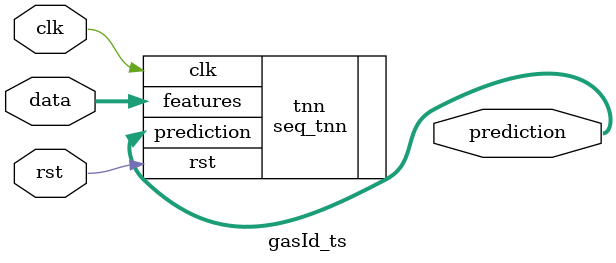
<source format=v>












module gasId_ts #(

parameter FEAT_CNT = 128,
parameter HIDDEN_CNT = 40,
parameter FEAT_BITS = 4,
parameter CLASS_CNT = 6,
parameter TEST_CNT = 1000




  ) (
  input clk,
  input rst,
  input [FEAT_CNT*FEAT_BITS-1:0] data,
  output [$clog2(CLASS_CNT)-1:0] prediction
  );

  seq_tnn #(
      .FEAT_CNT(FEAT_CNT),.FEAT_BITS(FEAT_BITS),.HIDDEN_CNT(HIDDEN_CNT),.CLASS_CNT(CLASS_CNT),
  .SPARSE_VALS(5120'b10000000010010000101001110000000001100011001000000101000010100111000000000010000100000110100100000010001000000000000000010000000011000000001100110100000011100001000000101001001011110011010000110100000000000000001000000000000000000000000000000000010000000000000000000000000000000000000000000100000001000000000000001000000100010011100111000101011100000011001001110100000010010100010000110000000000100001000000001001010001010111010000100010001100000010101101000101011101000010001001100111001100011100110001010000001110101110000000000000001000000010000000000000000001001000000000000000000000001000000000000000011000000000000000000000000001000000010100000000110001000000000010010000000001110001000010011100110010010000000010001110001100101001000000000000000000011000101100110001101111000100001100010100010100100000100000000010000000101000011000000100010000000000000000000000000000010001000000000000000001000000000000001000000000000100000000000100001000000000000000000100010000000000010001000000001010000000111100010000100111001010100100000001100001110001001010010000110001001011000110101000001100001001110000100011010101010000011000001100000010100010101000001110010101000100000000000000000000001000100000000100000000000000000000000000000000000000000001000000000000000000000010000000100001100000010000000000010000000001000000000000000001000010000000000000000100100001000011001110000000110000011110001001000111101000110000000010101010101000010000000100011001000000010000000000010010000000010001000000000000000000000000001000000000000000000000000000000000000000000000000000010000000000000000000000000000000000010000000100000001000000010000111001000000000100110000000000000000000000000000010000100001100001001100000110000000010000111010000100000100101000101100000101000000000100000010011100000100000001000110000000010100000010010000100000000010000000000001000000000000000000000000000000000000000000000000000000000000000000100000000000010000000110010000000000000000000010010000000100001010000000000001001010000001000000000000100000011010000000100010001010100001001001100010101010000001100000100000100100000000100000001101000100000000000010000000000000000000000000100001000000000000000000000100000000000010000000000000000000000000000000000000000000000001000000000000000000000000000010000001000000000011000000000000000000000000000000010001100000000000001000000000000000000010001000000000010010101010110000010100000000000000000001001100100010000001110000000000000000001000000000000100000110000000000010000000000000000000000000000000000110010000000000000000000000000000000001000000001101011000110011000000000110010100001000111000000001001101100010011100110000000011010000101000111000000011100001000000001101000000100011000000001110010100100000110101001010011100000000111001000000010000000000000100000000000000000000010000000010000100000000000000000000000000000100000000100000000000000000100000010110000011010000101001111000100001100001110011001100000000100010101010000110000111001000110000000010001010100000010000011100100011000000001010101010000001000001011001001101000010100011100000000110010001000000000000100000000000000000000000000000010000100000000000000100000000000000000000000000000000000000000000000001000001110001000111001000011000000000000000101111010100011001100001101000000011001010010100011010100010000110100000000000101011101101000010101000101010000000011000000010000100011100100001100000010000001000000001100000000000000000000100000000000000000000000000000100000000000000000000000000000000000010000000000000000000000000000000000000011010000000000000000000001000110001000010001000100010000000100010000100011000000010010100000000001010001010100000100000100010000010001100001100000000001100001000010001001001110000110100000000010000000000000000000000000000000000000000000000010000000000000011000000000100000000000000000000000000000000110000000100010000000100001000000100001110000000000010100000000100010000011000010001000100001000110000000110000001111001000100011000110011000000001000101010000001010001101000100101100110101010101100010100010000000010000111000000011000000000000000000000000000000000010000000000000000000000010001100000001000000000000000000000000101000110000001000100010001000001000000000000000000000001010000000101000100010001000000000100000000100000011010011001000100001000110000100010001010100000110100001010101001011001101010101011000101000100000000000000001000000100100000000000000001000001000000000000000000000000000000000100010000000000000010000000000000000000001101000001010000000111000010100010101010100001000110001000101010000000010000001001000010000000100000100000100000100000101000010001100010001010101000000110000110011101100010001011101010110000011000000000000000000000000000000000000000000000000001000000001000100000000000000000000000001100000000000100000000000000000000000000010000000100000001010000000000000000100000010000100010010010101100001100000000000000100000000000001010001000000000001010100101001001101010101011000001000001101010001100000010100010101000000110000000000110000000000000000000000000100000010000001000000010000000000000000000000000010000000000000000000000000000001000000),
  .MASK(5120'b10000100010110001101011110101010101111011001001010111001010100111010010000011001100000110101100100010011000011000100000010110000111000000101101110100000011101001111000111011001011111011110010110100100100000000001000000100000000000100100000000000010000000000000000100000000000000000000000000100000001000100000010001000000110011011111111010101111111111011011101111100101110110101010010111010100000101001111010011101110111011111111110100111001111101011111111011101111111111010101101101111101101111100111011111011101111111110000001000001001000000010000000000000000001001000000000000001000000001100000001000100011000000000000000000000010001000001010101001100111001110000011011010110000101110001110010111111111011010000011010011110001111111001001100100000010001111000111110111111101111010100011111110101011100100101101010000011110000101101111010100110010000000000000000000000010000010001000000000000000001000100000001001000000000000100000000001100001000001000000100010100010010000000011101000000001011100001111100111100110111111011110100100011110101110001111110010011111101101011011111111000001110001101110100100011111101010010011101011110111111110110111000111110111101000100000000000000000000001000100000000100010000000000010000000000000000000000000001000000000000000000000010000000100001100011010110110001011000001101010000000000010001100010000010000000000100101001011111111111111010110101011110011011011111111011111001000111111111101011010010100100011001000000010000001000110011100000010001000000000001000000000010001000000000000000000000000010000000000100000000000000010000000000000000000000100000000000110000010100100011000010010000111101000000000100110000000000000000000100100000010111101101111101101101111110010000111100111111111111010101111111111101110111011100010100100010011100000100001001001110001000010100000010010000100000010010000000000001000000001000000000000000000100000000000000000000000100000000000100100000000100110001000110010010000010010001000010010001000100101010010000000001001010000101000000000000100000011010000001100010011110101001001111110010111110011101100000100001100100010000100100001111010100001000000011000000101000000000000100100001000000010000000001000100000000110010000000000001000000000000000000000000000000000001001000000000000000101000000010000001000000000011000110010000000000100000000000010001100000000000001000000011000000000010001100000101010110111110111011010100100101000000000111001101100010010101110000000000000000001000000000000111001110000000000110000000000000000000001100000000000110010000000000100000000000100000000001100110011111111100111011010101010111110111111011111010001001111111100111111100110000101111111001111000111101100111111001000100011111100101101011010110011111111100101001111101011010111101011101111111010110111000001000010100000000110000000000010000000010000100000000000000000000000000000100000000100000010000000000100000010110100111111011111101111101101111111011110111111101110011100111111011010110100111011011110001001010011111100011010000011101100111110110111011101010001101001011011001011111000111110011110000110111111001000100000000100000000000000000010000000100010000101000000000000100010010000000000000000000010000000000000011001001000001110011010111011011011001100000000100111111010111011001101001101110110111011011010110111110101010100110111000010101101111101101010011101101101111001111011000000010100101011110101001100100010000001000000001100000001000000000000100000000000000000000000000001100000000000100100010000100000000000110010000000000000000000000100010100100011010100010001011000100001100110001010010101110100011000000110010010100011001000010011100000010101011001010110000101000110010000111011100111100001001101110001011010101011001111100110100000000010000000000000000000000110000000000000000000000010000000000000011000001000100000000000000000100000000000000110000001100011100000100001010101110001111101000011111111001010100010110111010010011001101011011110111001110001011111111001110111101110111011100111001111010011101011011101000101111110110111010111111110101011000000010000111000000011000001000000000000100000000000000010000000000000000000000010001100000001000000000000001000000000111010111100001100101011011000101011010000001000110010101010001111101010100110011100101110101110010100111111011011001101101011011110111101110011110101111110110101010101011111101101111101111111111010110000000100100001000000100110010010001000001000001000100000100000000101000000000000100010000000000000010000000000000000000001111000011010100100111011110111111101010100001010111001100101011000011110000001001011010000000110000100000100110100000101000010011100011001110111000110111001111011111100011001011111011111011011000100000000000000000000000000000000000000000000001000000001000100000000010000000000000001100000000000100000000000000000000000000010001000100011011010110000111000000100000010000110011010111111101111100000000000110100000100100001011001001000000001110101111111101111111111111001101000111101011001110010011100010111000111111001000000110000000000000000010000100100000010000001000000010000000000000010000000000010000000000001001000000000001001000000),
  .NONZERO_CNT(640'h3427422822283d33363239252b30332a24333d3328233544252e372f1f3d392639323e2d2d261429),
  .SPARSE_VALS2(58'b1000100000101101101100001111000000101101100010010010010110),  // Bits of not-zeroes
  .COL_INDICES(464'h2419161514110d06040327241816150c0805041d110c2322201d1c1a19110c090600251f1c1513100d0b0a0908002722201f1d1a16130e0a0802), // Column of non-zeros
  .ROW_PTRS(56'h3a302724180c00) // Column of non-zeros // Start indices per row
      ) tnn (
    .clk(clk),
    .rst(rst),
    .features(data),
    .prediction(prediction)
  );

endmodule

</source>
